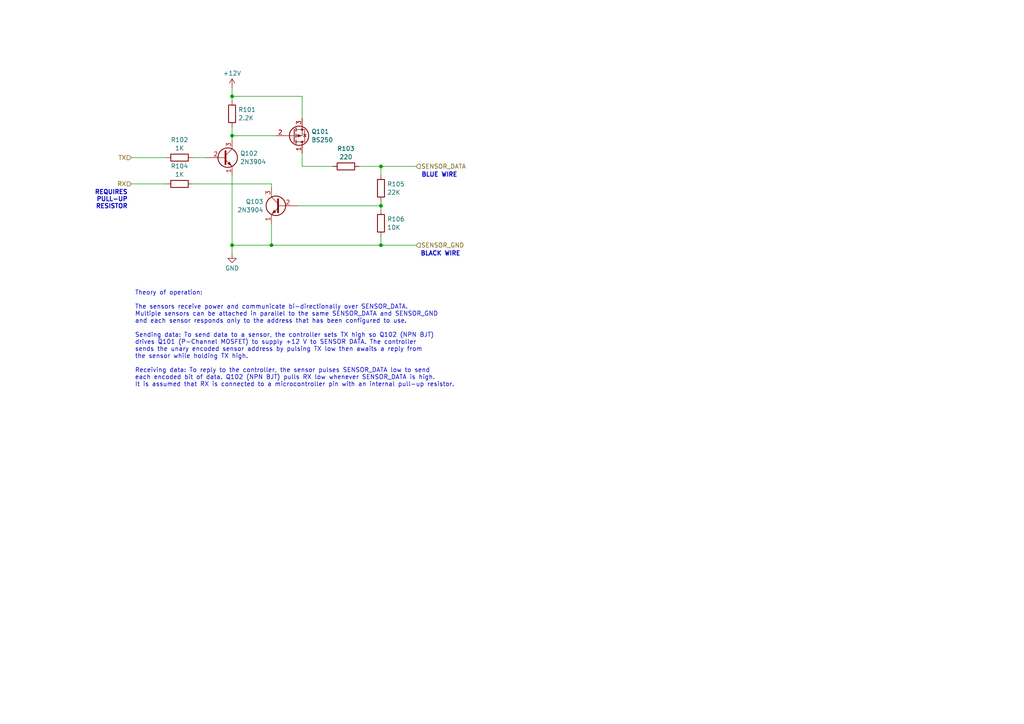
<source format=kicad_sch>
(kicad_sch (version 20231120) (generator "eeschema") (generator_version "8.0")
  (paper "A4")
  (title_block (title "Seelevel Interface") (date "2024-03-21") (rev "1") (comment 1 "Forum post: https://forums.raspberrypi.com//viewtopic.php?f=29&t=119614") (comment 2 "Adapted to protect receive pin from overvoltage") (comment 3 "Based on reverse engineering by jgrant911"))
  (lib_symbols
    (symbol "Device:R" (pin_numbers hide) (pin_names (offset 0))
      (property "Reference" "R" (at 2.032 0 90))
      (property "Value" "R" (at 0 0 90))
      (symbol "R_0_1"
        (rectangle (start -1.016 -2.54) (end 1.016 2.54) (stroke (width 0.254)))
      )
      (symbol "R_1_1"
        (pin passive line (at 0 3.81 270) (length 1.27) (name "~") (number "1"))
        (pin passive line (at 0 -3.81 90) (length 1.27) (name "~") (number "2"))
      )
    )
    (symbol "Transistor_BJT:2N3904" (pin_names (offset 0) hide)
      (property "Reference" "Q" (at 5.08 1.905 0))
      (property "Value" "2N3904" (at 5.08 0 0))
      (symbol "2N3904_0_1"
        (polyline (pts (xy 0.635 0.635) (xy 2.54 2.54)))
        (polyline (pts (xy 0.635 -0.635) (xy 2.54 -2.54) (xy 2.54 -2.54)))
        (polyline (pts (xy 0.635 1.905) (xy 0.635 -1.905) (xy 0.635 -1.905)) (stroke (width 0.508)))
        (polyline (pts (xy 1.27 -1.778) (xy 1.778 -1.27) (xy 2.286 -2.286) (xy 1.27 -1.778) (xy 1.27 -1.778)) (fill (type outline)))
        (circle (center 1.27 0) (radius 2.8194) (stroke (width 0.254)))
      )
      (symbol "2N3904_1_1"
        (pin passive line (at 2.54 -5.08 90) (length 2.54) (name "E") (number "1"))
        (pin passive line (at -5.08 0 0) (length 5.715) (name "B") (number "2"))
        (pin passive line (at 2.54 5.08 270) (length 2.54) (name "C") (number "3"))
      )
    )
    (symbol "Transistor_FET:BS250" (pin_names hide)
      (property "Reference" "Q" (at 5.08 1.905 0))
      (property "Value" "BS250" (at 5.08 0 0))
      (symbol "BS250_0_1"
        (polyline (pts (xy 0.254 0) (xy -2.54 0)))
        (polyline (pts (xy 0.254 1.905) (xy 0.254 -1.905)) (stroke (width 0.254)))
        (polyline (pts (xy 0.762 -1.27) (xy 0.762 -2.286)) (stroke (width 0.254)))
        (polyline (pts (xy 0.762 0.508) (xy 0.762 -0.508)) (stroke (width 0.254)))
        (polyline (pts (xy 0.762 2.286) (xy 0.762 1.27)) (stroke (width 0.254)))
        (polyline (pts (xy 2.54 2.54) (xy 2.54 1.778)))
        (polyline (pts (xy 2.54 -2.54) (xy 2.54 0) (xy 0.762 0)))
        (polyline (pts (xy 0.762 1.778) (xy 3.302 1.778) (xy 3.302 -1.778) (xy 0.762 -1.778)))
        (polyline (pts (xy 2.286 0) (xy 1.27 0.381) (xy 1.27 -0.381) (xy 2.286 0)) (fill (type outline)))
        (polyline (pts (xy 2.794 -0.508) (xy 2.921 -0.381) (xy 3.683 -0.381) (xy 3.81 -0.254)))
        (polyline (pts (xy 3.302 -0.381) (xy 2.921 0.254) (xy 3.683 0.254) (xy 3.302 -0.381)))
        (circle (center 1.651 0) (radius 2.794) (stroke (width 0.254)))
        (circle (center 2.54 -1.778) (radius 0.254) (fill (type outline)))
        (circle (center 2.54 1.778) (radius 0.254) (fill (type outline)))
      )
      (symbol "BS250_1_1"
        (pin passive line (at 2.54 5.08 270) (length 2.54) (name "D") (number "1"))
        (pin input line (at -5.08 0 0) (length 2.54) (name "G") (number "2"))
        (pin passive line (at 2.54 -5.08 90) (length 2.54) (name "S") (number "3"))
      )
    )
    (symbol "power:+12V" (power) (pin_numbers hide) (pin_names (offset 0) hide)
      (property "Value" "+12V" (at 0 3.556 0))
      (symbol "+12V_0_1"
        (polyline (pts (xy -0.762 1.27) (xy 0 2.54)))
        (polyline (pts (xy 0 0) (xy 0 2.54)))
        (polyline (pts (xy 0 2.54) (xy 0.762 1.27)))
      )
      (symbol "+12V_1_1"
        (pin power_in line (at 0 0 90) (length 0) (name "~") (number "1"))
      )
    )
    (symbol "power:GND" (power) (pin_numbers hide) (pin_names (offset 0) hide)
      (property "Value" "GND" (at 0 -3.81 0))
      (symbol "GND_0_1"
        (polyline (pts (xy 0 0) (xy 0 -1.27) (xy 1.27 -1.27) (xy 0 -2.54) (xy -1.27 -1.27) (xy 0 -1.27)))
      )
      (symbol "GND_1_1"
        (pin power_in line (at 0 0 270) (length 0) (name "~") (number "1"))
      )
    )
  )
  (junction (at 110.49 71.12))
  (junction (at 78.74 71.12))
  (junction (at 67.31 71.12))
  (junction (at 110.49 59.69))
  (junction (at 67.31 27.94))
  (junction (at 67.31 39.37))
  (junction (at 110.49 48.26))
  (wire (pts (xy 67.31 27.94) (xy 87.63 27.94)))
  (wire (pts (xy 87.63 34.29) (xy 87.63 27.94)))
  (wire (pts (xy 67.31 39.37) (xy 80.01 39.37)))
  (wire (pts (xy 55.88 53.34) (xy 78.74 53.34)))
  (wire (pts (xy 67.31 36.83) (xy 67.31 39.37)))
  (wire (pts (xy 78.74 64.77) (xy 78.74 71.12)))
  (wire (pts (xy 67.31 27.94) (xy 67.31 29.21)))
  (wire (pts (xy 104.14 48.26) (xy 110.49 48.26)))
  (wire (pts (xy 110.49 50.8) (xy 110.49 48.26)))
  (wire (pts (xy 67.31 39.37) (xy 67.31 40.64)))
  (wire (pts (xy 110.49 68.58) (xy 110.49 71.12)))
  (wire (pts (xy 87.63 44.45) (xy 87.63 48.26)))
  (wire (pts (xy 86.36 59.69) (xy 110.49 59.69)))
  (wire (pts (xy 67.31 50.8) (xy 67.31 71.12)))
  (wire (pts (xy 110.49 58.42) (xy 110.49 59.69)))
  (wire (pts (xy 78.74 53.34) (xy 78.74 54.61)))
  (wire (pts (xy 110.49 48.26) (xy 120.65 48.26)))
  (wire (pts (xy 87.63 48.26) (xy 96.52 48.26)))
  (wire (pts (xy 67.31 71.12) (xy 78.74 71.12)))
  (wire (pts (xy 38.1 53.34) (xy 48.26 53.34)))
  (wire (pts (xy 78.74 71.12) (xy 110.49 71.12)))
  (wire (pts (xy 38.1 45.72) (xy 48.26 45.72)))
  (wire (pts (xy 67.31 25.4) (xy 67.31 27.94)))
  (wire (pts (xy 110.49 59.69) (xy 110.49 60.96)))
  (wire (pts (xy 55.88 45.72) (xy 59.69 45.72)))
  (wire (pts (xy 67.31 71.12) (xy 67.31 73.66)))
  (wire (pts (xy 110.49 71.12) (xy 120.65 71.12)))
  (text "BLUE WIRE" (at 122.174 50.8 0) (effects (font (size 1.27 1.27) (bold yes)) (justify left)))
  (text "Theory of operation:\n\nThe sensors receive power and communicate bi-directionally over SENSOR_DATA.\nMultiple sensors can be attached in parallel to the same SENSOR_DATA and SENSOR_GND\nand each sensor responds only to the address that has been configured to use.\n\nSending data: To send data to a sensor, the controller sets TX high so Q102 (NPN BJT)\ndrives Q101 (P-Channel MOSFET) to supply +12 V to SENSOR DATA. The controller\nsends the unary encoded sensor address by pulsing TX low then awaits a reply from\nthe sensor while holding TX high.\n\nReceiving data: To reply to the controller, the sensor pulses SENSOR_DATA low to send\neach encoded bit of data. Q102 (NPN BJT) pulls RX low whenever SENSOR_DATA is high.\nIt is assumed that RX is connected to a microcontroller pin with an internal pull-up resistor." (at 39.116 98.298 0) (effects (font (size 1.27 1.27)) (justify left)))
  (text "BLACK WIRE" (at 121.92 73.66 0) (effects (font (size 1.27 1.27) (bold yes)) (justify left)))
  (text "REQUIRES\nPULL-UP\nRESISTOR" (at 37.084 57.912 0) (effects (font (size 1.27 1.27) (bold yes)) (justify right)))
  (hierarchical_label "SENSOR_DATA" (shape input) (at 120.65 48.26 0))
  (hierarchical_label "SENSOR_GND" (shape input) (at 120.65 71.12 0))
  (hierarchical_label "TX" (shape input) (at 38.1 45.72 180))
  (hierarchical_label "RX" (shape input) (at 38.1 53.34 180))
  (symbol (lib_id "Transistor_FET:BS250") (at 85.09 39.37 0) (mirror x) (unit 1)
    (property "Reference" "Q101" (at 90.297 38.1578 0) (effects (justify left)))
    (property "Value" "BS250" (at 90.297 40.5821 0) (effects (justify left)))
    (property "Footprint" "Package_TO_SOT_THT:TO-92_Inline" (effects (hide yes)))
    (property "Datasheet" "http://www.vishay.com/docs/70209/70209.pdf" (effects (hide yes)))
    (property "Description" "-0.18A Id, -45V Vds, P-Channel MOSFET, TO-92" (effects (hide yes)))
  )
  (symbol (lib_id "Device:R") (at 110.49 54.61 0) (unit 1)
    (property "Reference" "R105" (at 112.268 53.3978 0) (effects (justify left)))
    (property "Value" "22K" (at 112.268 55.8221 0) (effects (justify left)))
    (property "Description" "Resistor" (effects (hide yes)))
  )
  (symbol (lib_id "power:+12V") (at 67.31 25.4 0) (unit 1)
    (property "Reference" "#PWR0101" (effects (hide yes)))
    (property "Value" "+12V" (at 67.31 21.2669 0))
    (property "Description" "Power symbol creates a global label with name \"+12V\"" (effects (hide yes)))
  )
  (symbol (lib_id "power:GND") (at 67.31 73.66 0) (unit 1)
    (property "Reference" "#PWR0102" (effects (hide yes)))
    (property "Value" "GND" (at 67.31 77.7931 0))
    (property "Description" "Power symbol creates a global label with name \"GND\" , ground" (effects (hide yes)))
  )
  (symbol (lib_id "Device:R") (at 52.07 53.34 270) (unit 1)
    (property "Reference" "R104" (at 52.07 48.1795 90))
    (property "Value" "1K" (at 52.07 50.6038 90))
    (property "Description" "Resistor" (effects (hide yes)))
  )
  (symbol (lib_id "Transistor_BJT:2N3904") (at 81.28 59.69 0) (mirror y) (unit 1)
    (property "Reference" "Q103" (at 76.4286 58.4778 0) (effects (justify left)))
    (property "Value" "2N3904" (at 76.4286 60.9021 0) (effects (justify left)))
    (property "Footprint" "Package_TO_SOT_THT:TO-92_Inline" (effects (hide yes)))
    (property "Datasheet" "https://www.onsemi.com/pub/Collateral/2N3903-D.PDF" (effects (hide yes)))
    (property "Description" "0.2A Ic, 40V Vce, Small Signal NPN Transistor, TO-92" (effects (hide yes)))
  )
  (symbol (lib_id "Device:R") (at 52.07 45.72 270) (unit 1)
    (property "Reference" "R102" (at 52.07 40.5595 90))
    (property "Value" "1K" (at 52.07 42.9838 90))
    (property "Description" "Resistor" (effects (hide yes)))
  )
  (symbol (lib_id "Transistor_BJT:2N3904") (at 64.77 45.72 0) (unit 1)
    (property "Reference" "Q102" (at 69.6214 44.5078 0) (effects (justify left)))
    (property "Value" "2N3904" (at 69.6214 46.9321 0) (effects (justify left)))
    (property "Footprint" "Package_TO_SOT_THT:TO-92_Inline" (effects (hide yes)))
    (property "Datasheet" "https://www.onsemi.com/pub/Collateral/2N3903-D.PDF" (effects (hide yes)))
    (property "Description" "0.2A Ic, 40V Vce, Small Signal NPN Transistor, TO-92" (effects (hide yes)))
  )
  (symbol (lib_id "Device:R") (at 110.49 64.77 0) (unit 1)
    (property "Reference" "R106" (at 112.268 63.5578 0) (effects (justify left)))
    (property "Value" "10K" (at 112.268 65.9821 0) (effects (justify left)))
    (property "Description" "Resistor" (effects (hide yes)))
  )
  (symbol (lib_id "Device:R") (at 67.31 33.02 0) (unit 1)
    (property "Reference" "R101" (at 69.088 31.8078 0) (effects (justify left)))
    (property "Value" "2.2K" (at 69.088 34.2321 0) (effects (justify left)))
    (property "Description" "Resistor" (effects (hide yes)))
  )
  (symbol (lib_id "Device:R") (at 100.33 48.26 90) (unit 1)
    (property "Reference" "R103" (at 100.33 43.0995 90))
    (property "Value" "220" (at 100.33 45.5238 90))
    (property "Description" "Resistor" (effects (hide yes)))
  )
)
</source>
